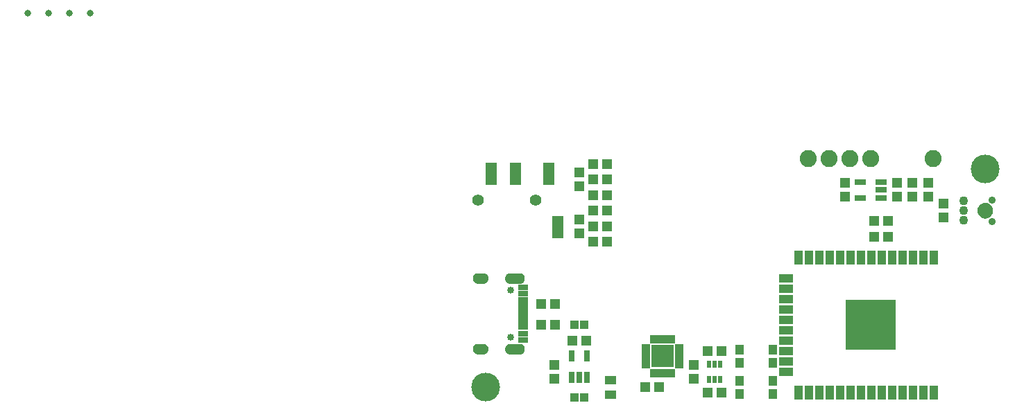
<source format=gts>
G75*
%MOIN*%
%OFA0B0*%
%FSLAX25Y25*%
%IPPOS*%
%LPD*%
%AMOC8*
5,1,8,0,0,1.08239X$1,22.5*
%
%ADD10R,0.05131X0.04737*%
%ADD11R,0.04146X0.04343*%
%ADD12R,0.04737X0.05131*%
%ADD13C,0.03300*%
%ADD14R,0.01981X0.03398*%
%ADD15R,0.04343X0.04737*%
%ADD16R,0.04343X0.06706*%
%ADD17R,0.06706X0.04343*%
%ADD18R,0.24422X0.24422*%
%ADD19R,0.02965X0.05524*%
%ADD20R,0.01981X0.04146*%
%ADD21R,0.04146X0.01981*%
%ADD22R,0.10839X0.10839*%
%ADD23C,0.13800*%
%ADD24R,0.04800X0.01981*%
%ADD25R,0.04800X0.03162*%
%ADD26R,0.04800X0.02965*%
%ADD27C,0.03359*%
%ADD28C,0.00039*%
%ADD29R,0.05524X0.10643*%
%ADD30C,0.05524*%
%ADD31R,0.05524X0.03950*%
%ADD32C,0.08200*%
%ADD33C,0.01969*%
%ADD34C,0.03556*%
%ADD35C,0.04343*%
%ADD36R,0.05524X0.02965*%
D10*
X0251654Y0080000D03*
X0258346Y0080000D03*
X0258346Y0090000D03*
X0251654Y0090000D03*
X0266654Y0072500D03*
X0273346Y0072500D03*
X0301654Y0050000D03*
X0308346Y0050000D03*
X0331654Y0047500D03*
X0338346Y0047500D03*
X0338346Y0067500D03*
X0331654Y0067500D03*
X0283346Y0120000D03*
X0276654Y0120000D03*
X0276654Y0127500D03*
X0283346Y0127500D03*
X0283346Y0135000D03*
X0276654Y0135000D03*
X0276654Y0142500D03*
X0283346Y0142500D03*
X0283346Y0150000D03*
X0276654Y0150000D03*
X0276654Y0157500D03*
X0283346Y0157500D03*
X0411654Y0130000D03*
X0418346Y0130000D03*
X0418346Y0122500D03*
X0411654Y0122500D03*
D11*
X0272283Y0080000D03*
X0267717Y0080000D03*
X0267717Y0045000D03*
X0272283Y0045000D03*
D12*
X0258000Y0054154D03*
X0258000Y0060846D03*
X0325000Y0060846D03*
X0325000Y0054154D03*
X0270000Y0124154D03*
X0270000Y0130846D03*
X0270000Y0146654D03*
X0270000Y0153346D03*
X0397500Y0148346D03*
X0397500Y0141654D03*
X0422500Y0141654D03*
X0430000Y0141654D03*
X0437500Y0141654D03*
X0445000Y0138346D03*
X0445000Y0131654D03*
X0437500Y0148346D03*
X0430000Y0148346D03*
X0422500Y0148346D03*
D13*
X0035000Y0230000D03*
X0025000Y0230000D03*
X0015000Y0230000D03*
X0005000Y0230000D03*
D14*
X0332441Y0061122D03*
X0335000Y0061122D03*
X0337559Y0061122D03*
X0337559Y0053878D03*
X0335000Y0053878D03*
X0332441Y0053878D03*
D15*
X0346929Y0053150D03*
X0346929Y0046850D03*
X0363071Y0046850D03*
X0363071Y0053150D03*
X0363071Y0061850D03*
X0363071Y0068150D03*
X0346929Y0068150D03*
X0346929Y0061850D03*
D16*
X0375315Y0047567D03*
X0380315Y0047567D03*
X0385315Y0047567D03*
X0390315Y0047567D03*
X0395315Y0047567D03*
X0400315Y0047567D03*
X0405315Y0047567D03*
X0410315Y0047567D03*
X0415315Y0047567D03*
X0420315Y0047567D03*
X0425315Y0047567D03*
X0430315Y0047567D03*
X0435315Y0047567D03*
X0440315Y0047567D03*
X0440315Y0112433D03*
X0435315Y0112433D03*
X0430315Y0112433D03*
X0425315Y0112433D03*
X0420315Y0112433D03*
X0415315Y0112433D03*
X0410315Y0112433D03*
X0405315Y0112433D03*
X0400315Y0112433D03*
X0395315Y0112433D03*
X0390315Y0112433D03*
X0385315Y0112433D03*
X0380315Y0112433D03*
X0375315Y0112433D03*
D17*
X0369449Y0102500D03*
X0369449Y0097500D03*
X0369449Y0092500D03*
X0369449Y0087500D03*
X0369449Y0082500D03*
X0369449Y0077500D03*
X0369449Y0072500D03*
X0369449Y0067500D03*
X0369449Y0062500D03*
X0369449Y0057500D03*
D18*
X0410000Y0080000D03*
D19*
X0273740Y0065119D03*
X0266260Y0065119D03*
X0266260Y0054881D03*
X0270000Y0054881D03*
X0273740Y0054881D03*
D20*
X0305079Y0056929D03*
X0307047Y0056929D03*
X0309016Y0056929D03*
X0310984Y0056929D03*
X0312953Y0056929D03*
X0314921Y0056929D03*
X0314921Y0073071D03*
X0312953Y0073071D03*
X0310984Y0073071D03*
X0309016Y0073071D03*
X0307047Y0073071D03*
X0305079Y0073071D03*
D21*
X0301929Y0069921D03*
X0301929Y0067953D03*
X0301929Y0065984D03*
X0301929Y0064016D03*
X0301929Y0062047D03*
X0301929Y0060079D03*
X0318071Y0060079D03*
X0318071Y0062047D03*
X0318071Y0064016D03*
X0318071Y0065984D03*
X0318071Y0067953D03*
X0318071Y0069921D03*
D22*
X0310000Y0065000D03*
D23*
X0225000Y0050000D03*
X0465000Y0155000D03*
D24*
X0243106Y0092390D03*
X0243106Y0090421D03*
X0243106Y0088453D03*
X0243106Y0086484D03*
X0243106Y0084516D03*
X0243106Y0082547D03*
X0243106Y0080579D03*
X0243106Y0078610D03*
D25*
X0243106Y0072803D03*
X0243106Y0098197D03*
D26*
X0243106Y0095146D03*
X0243106Y0075854D03*
D27*
X0236811Y0074122D03*
X0236811Y0096878D03*
D28*
X0218941Y0068033D02*
X0219073Y0067591D01*
X0219289Y0067184D01*
X0219580Y0066826D01*
X0219935Y0066532D01*
X0220341Y0066313D01*
X0220781Y0066177D01*
X0221240Y0066130D01*
X0223602Y0066130D01*
X0224065Y0066174D01*
X0224511Y0066307D01*
X0224922Y0066524D01*
X0225283Y0066818D01*
X0225579Y0067176D01*
X0225800Y0067585D01*
X0225937Y0068030D01*
X0225984Y0068492D01*
X0225923Y0069020D01*
X0225745Y0069520D01*
X0225461Y0069969D01*
X0225083Y0070343D01*
X0219788Y0070343D01*
X0219776Y0070335D02*
X0220220Y0070617D01*
X0220717Y0070793D01*
X0221240Y0070854D01*
X0223602Y0070854D01*
X0224130Y0070797D01*
X0224633Y0070624D01*
X0225083Y0070343D01*
X0225122Y0070305D02*
X0219746Y0070305D01*
X0219776Y0070335D02*
X0219405Y0069961D01*
X0219126Y0069514D01*
X0218954Y0069016D01*
X0218898Y0068492D01*
X0218941Y0068033D01*
X0218941Y0068032D02*
X0225937Y0068032D01*
X0225941Y0068070D02*
X0218937Y0068070D01*
X0218934Y0068108D02*
X0225945Y0068108D01*
X0225949Y0068146D02*
X0218930Y0068146D01*
X0218927Y0068184D02*
X0225953Y0068184D01*
X0225956Y0068222D02*
X0218923Y0068222D01*
X0218920Y0068260D02*
X0225960Y0068260D01*
X0225964Y0068297D02*
X0218916Y0068297D01*
X0218912Y0068335D02*
X0225968Y0068335D01*
X0225972Y0068373D02*
X0218909Y0068373D01*
X0218905Y0068411D02*
X0225976Y0068411D01*
X0225980Y0068449D02*
X0218902Y0068449D01*
X0218898Y0068487D02*
X0225984Y0068487D01*
X0225980Y0068525D02*
X0218901Y0068525D01*
X0218905Y0068563D02*
X0225976Y0068563D01*
X0225972Y0068600D02*
X0218909Y0068600D01*
X0218913Y0068638D02*
X0225967Y0068638D01*
X0225963Y0068676D02*
X0218918Y0068676D01*
X0218922Y0068714D02*
X0225958Y0068714D01*
X0225954Y0068752D02*
X0218926Y0068752D01*
X0218930Y0068790D02*
X0225949Y0068790D01*
X0225945Y0068828D02*
X0218934Y0068828D01*
X0218938Y0068866D02*
X0225941Y0068866D01*
X0225936Y0068904D02*
X0218942Y0068904D01*
X0218946Y0068941D02*
X0225932Y0068941D01*
X0225927Y0068979D02*
X0218950Y0068979D01*
X0218955Y0069017D02*
X0225923Y0069017D01*
X0225910Y0069055D02*
X0218968Y0069055D01*
X0218981Y0069093D02*
X0225897Y0069093D01*
X0225883Y0069131D02*
X0218994Y0069131D01*
X0219007Y0069169D02*
X0225870Y0069169D01*
X0225856Y0069207D02*
X0219020Y0069207D01*
X0219033Y0069244D02*
X0225843Y0069244D01*
X0225829Y0069282D02*
X0219046Y0069282D01*
X0219059Y0069320D02*
X0225816Y0069320D01*
X0225803Y0069358D02*
X0219073Y0069358D01*
X0219086Y0069396D02*
X0225789Y0069396D01*
X0225776Y0069434D02*
X0219099Y0069434D01*
X0219112Y0069472D02*
X0225762Y0069472D01*
X0225749Y0069510D02*
X0219125Y0069510D01*
X0219147Y0069547D02*
X0225728Y0069547D01*
X0225704Y0069585D02*
X0219171Y0069585D01*
X0219194Y0069623D02*
X0225680Y0069623D01*
X0225656Y0069661D02*
X0219218Y0069661D01*
X0219242Y0069699D02*
X0225632Y0069699D01*
X0225608Y0069737D02*
X0219265Y0069737D01*
X0219289Y0069775D02*
X0225584Y0069775D01*
X0225560Y0069813D02*
X0219312Y0069813D01*
X0219336Y0069851D02*
X0225536Y0069851D01*
X0225512Y0069888D02*
X0219360Y0069888D01*
X0219383Y0069926D02*
X0225488Y0069926D01*
X0225464Y0069964D02*
X0219408Y0069964D01*
X0219445Y0070002D02*
X0225427Y0070002D01*
X0225389Y0070040D02*
X0219483Y0070040D01*
X0219521Y0070078D02*
X0225351Y0070078D01*
X0225313Y0070116D02*
X0219558Y0070116D01*
X0219596Y0070154D02*
X0225274Y0070154D01*
X0225236Y0070191D02*
X0219633Y0070191D01*
X0219671Y0070229D02*
X0225198Y0070229D01*
X0225160Y0070267D02*
X0219708Y0070267D01*
X0219848Y0070381D02*
X0225023Y0070381D01*
X0224962Y0070419D02*
X0219908Y0070419D01*
X0219967Y0070457D02*
X0224901Y0070457D01*
X0224840Y0070495D02*
X0220027Y0070495D01*
X0220087Y0070532D02*
X0224779Y0070532D01*
X0224718Y0070570D02*
X0220147Y0070570D01*
X0220206Y0070608D02*
X0224657Y0070608D01*
X0224568Y0070646D02*
X0220302Y0070646D01*
X0220409Y0070684D02*
X0224458Y0070684D01*
X0224348Y0070722D02*
X0220516Y0070722D01*
X0220623Y0070760D02*
X0224239Y0070760D01*
X0224126Y0070798D02*
X0220755Y0070798D01*
X0221079Y0070835D02*
X0223776Y0070835D01*
X0225926Y0067994D02*
X0218952Y0067994D01*
X0218964Y0067956D02*
X0225914Y0067956D01*
X0225903Y0067919D02*
X0218975Y0067919D01*
X0218986Y0067881D02*
X0225891Y0067881D01*
X0225879Y0067843D02*
X0218998Y0067843D01*
X0219009Y0067805D02*
X0225868Y0067805D01*
X0225856Y0067767D02*
X0219020Y0067767D01*
X0219032Y0067729D02*
X0225844Y0067729D01*
X0225833Y0067691D02*
X0219043Y0067691D01*
X0219054Y0067653D02*
X0225821Y0067653D01*
X0225809Y0067616D02*
X0219066Y0067616D01*
X0219080Y0067578D02*
X0225796Y0067578D01*
X0225775Y0067540D02*
X0219100Y0067540D01*
X0219120Y0067502D02*
X0225755Y0067502D01*
X0225735Y0067464D02*
X0219140Y0067464D01*
X0219160Y0067426D02*
X0225714Y0067426D01*
X0225694Y0067388D02*
X0219180Y0067388D01*
X0219200Y0067350D02*
X0225673Y0067350D01*
X0225653Y0067312D02*
X0219220Y0067312D01*
X0219240Y0067275D02*
X0225632Y0067275D01*
X0225612Y0067237D02*
X0219260Y0067237D01*
X0219281Y0067199D02*
X0225591Y0067199D01*
X0225567Y0067161D02*
X0219307Y0067161D01*
X0219338Y0067123D02*
X0225535Y0067123D01*
X0225504Y0067085D02*
X0219369Y0067085D01*
X0219399Y0067047D02*
X0225473Y0067047D01*
X0225441Y0067009D02*
X0219430Y0067009D01*
X0219461Y0066972D02*
X0225410Y0066972D01*
X0225379Y0066934D02*
X0219492Y0066934D01*
X0219523Y0066896D02*
X0225347Y0066896D01*
X0225316Y0066858D02*
X0219554Y0066858D01*
X0219587Y0066820D02*
X0225284Y0066820D01*
X0225239Y0066782D02*
X0219632Y0066782D01*
X0219678Y0066744D02*
X0225192Y0066744D01*
X0225146Y0066706D02*
X0219724Y0066706D01*
X0219770Y0066669D02*
X0225099Y0066669D01*
X0225053Y0066631D02*
X0219816Y0066631D01*
X0219861Y0066593D02*
X0225006Y0066593D01*
X0224960Y0066555D02*
X0219907Y0066555D01*
X0219962Y0066517D02*
X0224908Y0066517D01*
X0224837Y0066479D02*
X0220033Y0066479D01*
X0220103Y0066441D02*
X0224765Y0066441D01*
X0224693Y0066403D02*
X0220173Y0066403D01*
X0220243Y0066365D02*
X0224622Y0066365D01*
X0224550Y0066328D02*
X0220313Y0066328D01*
X0220416Y0066290D02*
X0224454Y0066290D01*
X0224327Y0066252D02*
X0220539Y0066252D01*
X0220662Y0066214D02*
X0224200Y0066214D01*
X0224074Y0066176D02*
X0220791Y0066176D01*
X0221160Y0066138D02*
X0223690Y0066138D01*
X0234402Y0067988D02*
X0234370Y0068492D01*
X0234402Y0068996D01*
X0234546Y0069481D01*
X0234794Y0069921D01*
X0235134Y0070295D01*
X0235549Y0070584D01*
X0236017Y0070774D01*
X0236516Y0070854D01*
X0241240Y0070854D01*
X0241682Y0070793D01*
X0242103Y0070647D01*
X0242488Y0070422D01*
X0242822Y0070126D01*
X0243091Y0069770D01*
X0243286Y0069369D01*
X0243399Y0068937D01*
X0243425Y0068492D01*
X0243399Y0068047D01*
X0243286Y0067615D01*
X0243091Y0067214D01*
X0242822Y0066858D01*
X0242488Y0066562D01*
X0242103Y0066337D01*
X0241682Y0066191D01*
X0241240Y0066130D01*
X0236516Y0066130D01*
X0236017Y0066211D01*
X0235549Y0066400D01*
X0235134Y0066689D01*
X0234794Y0067063D01*
X0234546Y0067503D01*
X0234402Y0067988D01*
X0234402Y0067994D02*
X0243385Y0067994D01*
X0243375Y0067956D02*
X0234412Y0067956D01*
X0234423Y0067919D02*
X0243365Y0067919D01*
X0243355Y0067881D02*
X0234434Y0067881D01*
X0234446Y0067843D02*
X0243345Y0067843D01*
X0243336Y0067805D02*
X0234457Y0067805D01*
X0234468Y0067767D02*
X0243326Y0067767D01*
X0243316Y0067729D02*
X0234479Y0067729D01*
X0234491Y0067691D02*
X0243306Y0067691D01*
X0243296Y0067653D02*
X0234502Y0067653D01*
X0234513Y0067616D02*
X0243286Y0067616D01*
X0243268Y0067578D02*
X0234524Y0067578D01*
X0234536Y0067540D02*
X0243249Y0067540D01*
X0243231Y0067502D02*
X0234547Y0067502D01*
X0234569Y0067464D02*
X0243213Y0067464D01*
X0243194Y0067426D02*
X0234590Y0067426D01*
X0234611Y0067388D02*
X0243176Y0067388D01*
X0243157Y0067350D02*
X0234633Y0067350D01*
X0234654Y0067312D02*
X0243139Y0067312D01*
X0243121Y0067275D02*
X0234675Y0067275D01*
X0234697Y0067237D02*
X0243102Y0067237D01*
X0243080Y0067199D02*
X0234718Y0067199D01*
X0234739Y0067161D02*
X0243051Y0067161D01*
X0243022Y0067123D02*
X0234761Y0067123D01*
X0234782Y0067085D02*
X0242994Y0067085D01*
X0242965Y0067047D02*
X0234809Y0067047D01*
X0234843Y0067009D02*
X0242936Y0067009D01*
X0242908Y0066972D02*
X0234878Y0066972D01*
X0234912Y0066934D02*
X0242879Y0066934D01*
X0242850Y0066896D02*
X0234946Y0066896D01*
X0234981Y0066858D02*
X0242821Y0066858D01*
X0242779Y0066820D02*
X0235015Y0066820D01*
X0235050Y0066782D02*
X0242736Y0066782D01*
X0242693Y0066744D02*
X0235084Y0066744D01*
X0235118Y0066706D02*
X0242651Y0066706D01*
X0242608Y0066669D02*
X0235164Y0066669D01*
X0235218Y0066631D02*
X0242565Y0066631D01*
X0242523Y0066593D02*
X0235272Y0066593D01*
X0235327Y0066555D02*
X0242476Y0066555D01*
X0242411Y0066517D02*
X0235381Y0066517D01*
X0235435Y0066479D02*
X0242346Y0066479D01*
X0242282Y0066441D02*
X0235490Y0066441D01*
X0235544Y0066403D02*
X0242217Y0066403D01*
X0242152Y0066365D02*
X0235634Y0066365D01*
X0235728Y0066328D02*
X0242077Y0066328D01*
X0241967Y0066290D02*
X0235821Y0066290D01*
X0235915Y0066252D02*
X0241858Y0066252D01*
X0241749Y0066214D02*
X0236009Y0066214D01*
X0236230Y0066176D02*
X0241574Y0066176D01*
X0241300Y0066138D02*
X0236465Y0066138D01*
X0234400Y0068032D02*
X0243395Y0068032D01*
X0243400Y0068070D02*
X0234397Y0068070D01*
X0234395Y0068108D02*
X0243402Y0068108D01*
X0243405Y0068146D02*
X0234392Y0068146D01*
X0234390Y0068184D02*
X0243407Y0068184D01*
X0243409Y0068222D02*
X0234387Y0068222D01*
X0234385Y0068260D02*
X0243411Y0068260D01*
X0243414Y0068297D02*
X0234383Y0068297D01*
X0234380Y0068335D02*
X0243416Y0068335D01*
X0243418Y0068373D02*
X0234378Y0068373D01*
X0234375Y0068411D02*
X0243420Y0068411D01*
X0243423Y0068449D02*
X0234373Y0068449D01*
X0234370Y0068487D02*
X0243425Y0068487D01*
X0243423Y0068525D02*
X0234372Y0068525D01*
X0234375Y0068563D02*
X0243421Y0068563D01*
X0243419Y0068600D02*
X0234377Y0068600D01*
X0234379Y0068638D02*
X0243417Y0068638D01*
X0243414Y0068676D02*
X0234382Y0068676D01*
X0234384Y0068714D02*
X0243412Y0068714D01*
X0243410Y0068752D02*
X0234387Y0068752D01*
X0234389Y0068790D02*
X0243408Y0068790D01*
X0243405Y0068828D02*
X0234392Y0068828D01*
X0234394Y0068866D02*
X0243403Y0068866D01*
X0243401Y0068904D02*
X0234397Y0068904D01*
X0234399Y0068941D02*
X0243398Y0068941D01*
X0243388Y0068979D02*
X0234401Y0068979D01*
X0234409Y0069017D02*
X0243378Y0069017D01*
X0243368Y0069055D02*
X0234420Y0069055D01*
X0234431Y0069093D02*
X0243358Y0069093D01*
X0243348Y0069131D02*
X0234442Y0069131D01*
X0234454Y0069169D02*
X0243338Y0069169D01*
X0243328Y0069207D02*
X0234465Y0069207D01*
X0234476Y0069244D02*
X0243319Y0069244D01*
X0243309Y0069282D02*
X0234487Y0069282D01*
X0234499Y0069320D02*
X0243299Y0069320D01*
X0243289Y0069358D02*
X0234510Y0069358D01*
X0234521Y0069396D02*
X0243273Y0069396D01*
X0243255Y0069434D02*
X0234532Y0069434D01*
X0234544Y0069472D02*
X0243236Y0069472D01*
X0243218Y0069510D02*
X0234563Y0069510D01*
X0234584Y0069547D02*
X0243199Y0069547D01*
X0243181Y0069585D02*
X0234605Y0069585D01*
X0234627Y0069623D02*
X0243163Y0069623D01*
X0243144Y0069661D02*
X0234648Y0069661D01*
X0234669Y0069699D02*
X0243126Y0069699D01*
X0243107Y0069737D02*
X0234691Y0069737D01*
X0234712Y0069775D02*
X0243088Y0069775D01*
X0243059Y0069813D02*
X0234733Y0069813D01*
X0234755Y0069851D02*
X0243030Y0069851D01*
X0243002Y0069888D02*
X0234776Y0069888D01*
X0234799Y0069926D02*
X0242973Y0069926D01*
X0242944Y0069964D02*
X0234833Y0069964D01*
X0234868Y0070002D02*
X0242916Y0070002D01*
X0242887Y0070040D02*
X0234902Y0070040D01*
X0234937Y0070078D02*
X0242858Y0070078D01*
X0242830Y0070116D02*
X0234971Y0070116D01*
X0235006Y0070154D02*
X0242791Y0070154D01*
X0242748Y0070191D02*
X0235040Y0070191D01*
X0235074Y0070229D02*
X0242705Y0070229D01*
X0242663Y0070267D02*
X0235109Y0070267D01*
X0235148Y0070305D02*
X0242620Y0070305D01*
X0242577Y0070343D02*
X0235203Y0070343D01*
X0235257Y0070381D02*
X0242535Y0070381D01*
X0242492Y0070419D02*
X0235311Y0070419D01*
X0235366Y0070457D02*
X0242429Y0070457D01*
X0242364Y0070495D02*
X0235420Y0070495D01*
X0235474Y0070532D02*
X0242300Y0070532D01*
X0242235Y0070570D02*
X0235529Y0070570D01*
X0235608Y0070608D02*
X0242170Y0070608D01*
X0242106Y0070646D02*
X0235701Y0070646D01*
X0235795Y0070684D02*
X0241998Y0070684D01*
X0241889Y0070722D02*
X0235889Y0070722D01*
X0235982Y0070760D02*
X0241779Y0070760D01*
X0241651Y0070798D02*
X0236164Y0070798D01*
X0236399Y0070835D02*
X0241377Y0070835D01*
X0241240Y0100146D02*
X0236516Y0100146D01*
X0236017Y0100226D01*
X0235549Y0100416D01*
X0235134Y0100705D01*
X0234794Y0101079D01*
X0234546Y0101519D01*
X0234402Y0102004D01*
X0234370Y0102508D01*
X0234402Y0103012D01*
X0234546Y0103497D01*
X0234794Y0103937D01*
X0235134Y0104311D01*
X0235549Y0104600D01*
X0236017Y0104789D01*
X0236516Y0104870D01*
X0241240Y0104870D01*
X0241682Y0104809D01*
X0242103Y0104663D01*
X0242488Y0104438D01*
X0242822Y0104142D01*
X0243091Y0103786D01*
X0243286Y0103385D01*
X0243399Y0102953D01*
X0243425Y0102508D01*
X0243399Y0102063D01*
X0243286Y0101631D01*
X0243091Y0101230D01*
X0242822Y0100874D01*
X0242488Y0100578D01*
X0242103Y0100353D01*
X0241682Y0100207D01*
X0241240Y0100146D01*
X0241313Y0100156D02*
X0236454Y0100156D01*
X0236219Y0100194D02*
X0241587Y0100194D01*
X0241754Y0100231D02*
X0236004Y0100231D01*
X0235911Y0100269D02*
X0241863Y0100269D01*
X0241972Y0100307D02*
X0235817Y0100307D01*
X0235723Y0100345D02*
X0242082Y0100345D01*
X0242155Y0100383D02*
X0235630Y0100383D01*
X0235541Y0100421D02*
X0242220Y0100421D01*
X0242285Y0100459D02*
X0235487Y0100459D01*
X0235433Y0100497D02*
X0242349Y0100497D01*
X0242414Y0100534D02*
X0235378Y0100534D01*
X0235324Y0100572D02*
X0242479Y0100572D01*
X0242525Y0100610D02*
X0235270Y0100610D01*
X0235216Y0100648D02*
X0242567Y0100648D01*
X0242610Y0100686D02*
X0235161Y0100686D01*
X0235117Y0100724D02*
X0242653Y0100724D01*
X0242695Y0100762D02*
X0235082Y0100762D01*
X0235048Y0100800D02*
X0242738Y0100800D01*
X0242781Y0100838D02*
X0235014Y0100838D01*
X0234979Y0100875D02*
X0242823Y0100875D01*
X0242852Y0100913D02*
X0234945Y0100913D01*
X0234910Y0100951D02*
X0242880Y0100951D01*
X0242909Y0100989D02*
X0234876Y0100989D01*
X0234842Y0101027D02*
X0242938Y0101027D01*
X0242966Y0101065D02*
X0234807Y0101065D01*
X0234781Y0101103D02*
X0242995Y0101103D01*
X0243024Y0101141D02*
X0234760Y0101141D01*
X0234738Y0101178D02*
X0243052Y0101178D01*
X0243081Y0101216D02*
X0234717Y0101216D01*
X0234696Y0101254D02*
X0243103Y0101254D01*
X0243121Y0101292D02*
X0234674Y0101292D01*
X0234653Y0101330D02*
X0243140Y0101330D01*
X0243158Y0101368D02*
X0234632Y0101368D01*
X0234610Y0101406D02*
X0243177Y0101406D01*
X0243195Y0101444D02*
X0234589Y0101444D01*
X0234568Y0101482D02*
X0243213Y0101482D01*
X0243232Y0101519D02*
X0234546Y0101519D01*
X0234535Y0101557D02*
X0243250Y0101557D01*
X0243269Y0101595D02*
X0234524Y0101595D01*
X0234513Y0101633D02*
X0243287Y0101633D01*
X0243296Y0101671D02*
X0234501Y0101671D01*
X0234490Y0101709D02*
X0243306Y0101709D01*
X0243316Y0101747D02*
X0234479Y0101747D01*
X0234468Y0101785D02*
X0243326Y0101785D01*
X0243336Y0101822D02*
X0234456Y0101822D01*
X0234445Y0101860D02*
X0243346Y0101860D01*
X0243356Y0101898D02*
X0234434Y0101898D01*
X0234423Y0101936D02*
X0243366Y0101936D01*
X0243376Y0101974D02*
X0234411Y0101974D01*
X0234402Y0102012D02*
X0243386Y0102012D01*
X0243395Y0102050D02*
X0234400Y0102050D01*
X0234397Y0102088D02*
X0243400Y0102088D01*
X0243403Y0102125D02*
X0234395Y0102125D01*
X0234392Y0102163D02*
X0243405Y0102163D01*
X0243407Y0102201D02*
X0234390Y0102201D01*
X0234387Y0102239D02*
X0243409Y0102239D01*
X0243412Y0102277D02*
X0234385Y0102277D01*
X0234382Y0102315D02*
X0243414Y0102315D01*
X0243416Y0102353D02*
X0234380Y0102353D01*
X0234378Y0102391D02*
X0243418Y0102391D01*
X0243420Y0102429D02*
X0234375Y0102429D01*
X0234373Y0102466D02*
X0243423Y0102466D01*
X0243425Y0102504D02*
X0234370Y0102504D01*
X0234372Y0102542D02*
X0243423Y0102542D01*
X0243421Y0102580D02*
X0234375Y0102580D01*
X0234377Y0102618D02*
X0243419Y0102618D01*
X0243416Y0102656D02*
X0234380Y0102656D01*
X0234382Y0102694D02*
X0243414Y0102694D01*
X0243412Y0102732D02*
X0234384Y0102732D01*
X0234387Y0102769D02*
X0243410Y0102769D01*
X0243407Y0102807D02*
X0234389Y0102807D01*
X0234392Y0102845D02*
X0243405Y0102845D01*
X0243403Y0102883D02*
X0234394Y0102883D01*
X0234397Y0102921D02*
X0243401Y0102921D01*
X0243397Y0102959D02*
X0234399Y0102959D01*
X0234402Y0102997D02*
X0243387Y0102997D01*
X0243377Y0103035D02*
X0234409Y0103035D01*
X0234420Y0103073D02*
X0243368Y0103073D01*
X0243358Y0103110D02*
X0234432Y0103110D01*
X0234443Y0103148D02*
X0243348Y0103148D01*
X0243338Y0103186D02*
X0234454Y0103186D01*
X0234465Y0103224D02*
X0243328Y0103224D01*
X0243318Y0103262D02*
X0234477Y0103262D01*
X0234488Y0103300D02*
X0243308Y0103300D01*
X0243298Y0103338D02*
X0234499Y0103338D01*
X0234510Y0103376D02*
X0243288Y0103376D01*
X0243272Y0103413D02*
X0234522Y0103413D01*
X0234533Y0103451D02*
X0243254Y0103451D01*
X0243235Y0103489D02*
X0234544Y0103489D01*
X0234564Y0103527D02*
X0243217Y0103527D01*
X0243198Y0103565D02*
X0234585Y0103565D01*
X0234606Y0103603D02*
X0243180Y0103603D01*
X0243162Y0103641D02*
X0234628Y0103641D01*
X0234649Y0103679D02*
X0243143Y0103679D01*
X0243125Y0103717D02*
X0234670Y0103717D01*
X0234692Y0103754D02*
X0243107Y0103754D01*
X0243086Y0103792D02*
X0234713Y0103792D01*
X0234734Y0103830D02*
X0243058Y0103830D01*
X0243029Y0103868D02*
X0234756Y0103868D01*
X0234777Y0103906D02*
X0243000Y0103906D01*
X0242972Y0103944D02*
X0234801Y0103944D01*
X0234835Y0103982D02*
X0242943Y0103982D01*
X0242914Y0104020D02*
X0234869Y0104020D01*
X0234904Y0104057D02*
X0242886Y0104057D01*
X0242857Y0104095D02*
X0234938Y0104095D01*
X0234973Y0104133D02*
X0242828Y0104133D01*
X0242789Y0104171D02*
X0235007Y0104171D01*
X0235042Y0104209D02*
X0242746Y0104209D01*
X0242703Y0104247D02*
X0235076Y0104247D01*
X0235110Y0104285D02*
X0242661Y0104285D01*
X0242618Y0104323D02*
X0235151Y0104323D01*
X0235205Y0104360D02*
X0242575Y0104360D01*
X0242533Y0104398D02*
X0235260Y0104398D01*
X0235314Y0104436D02*
X0242490Y0104436D01*
X0242426Y0104474D02*
X0235368Y0104474D01*
X0235423Y0104512D02*
X0242361Y0104512D01*
X0242297Y0104550D02*
X0235477Y0104550D01*
X0235531Y0104588D02*
X0242232Y0104588D01*
X0242167Y0104626D02*
X0235612Y0104626D01*
X0235706Y0104664D02*
X0242102Y0104664D01*
X0241993Y0104701D02*
X0235799Y0104701D01*
X0235893Y0104739D02*
X0241884Y0104739D01*
X0241774Y0104777D02*
X0235987Y0104777D01*
X0236175Y0104815D02*
X0241639Y0104815D01*
X0241364Y0104853D02*
X0236410Y0104853D01*
X0225923Y0103035D02*
X0225984Y0102508D01*
X0225937Y0102045D01*
X0225800Y0101601D01*
X0225579Y0101192D01*
X0225283Y0100833D01*
X0224922Y0100540D01*
X0224511Y0100322D01*
X0224065Y0100189D01*
X0223602Y0100146D01*
X0221240Y0100146D01*
X0220781Y0100193D01*
X0220341Y0100328D01*
X0219935Y0100548D01*
X0219580Y0100842D01*
X0219289Y0101199D01*
X0219073Y0101607D01*
X0218941Y0102049D01*
X0218898Y0102508D01*
X0218954Y0103032D01*
X0219126Y0103530D01*
X0219405Y0103977D01*
X0219776Y0104351D01*
X0220220Y0104633D01*
X0220717Y0104809D01*
X0221240Y0104870D01*
X0223602Y0104870D01*
X0224130Y0104813D01*
X0224633Y0104639D01*
X0225083Y0104359D01*
X0225461Y0103985D01*
X0225745Y0103536D01*
X0225923Y0103035D01*
X0218955Y0103035D01*
X0218951Y0102997D02*
X0225927Y0102997D01*
X0225932Y0102959D02*
X0218947Y0102959D01*
X0218942Y0102921D02*
X0225936Y0102921D01*
X0225940Y0102883D02*
X0218938Y0102883D01*
X0218934Y0102845D02*
X0225945Y0102845D01*
X0225949Y0102807D02*
X0218930Y0102807D01*
X0218926Y0102769D02*
X0225954Y0102769D01*
X0225958Y0102732D02*
X0218922Y0102732D01*
X0218918Y0102694D02*
X0225963Y0102694D01*
X0225967Y0102656D02*
X0218914Y0102656D01*
X0218910Y0102618D02*
X0225971Y0102618D01*
X0225976Y0102580D02*
X0218905Y0102580D01*
X0218901Y0102542D02*
X0225980Y0102542D01*
X0225984Y0102504D02*
X0218898Y0102504D01*
X0218902Y0102466D02*
X0225980Y0102466D01*
X0225976Y0102429D02*
X0218905Y0102429D01*
X0218909Y0102391D02*
X0225972Y0102391D01*
X0225968Y0102353D02*
X0218912Y0102353D01*
X0218916Y0102315D02*
X0225964Y0102315D01*
X0225961Y0102277D02*
X0218919Y0102277D01*
X0218923Y0102239D02*
X0225957Y0102239D01*
X0225953Y0102201D02*
X0218927Y0102201D01*
X0218930Y0102163D02*
X0225949Y0102163D01*
X0225945Y0102125D02*
X0218934Y0102125D01*
X0218937Y0102088D02*
X0225941Y0102088D01*
X0225937Y0102050D02*
X0218941Y0102050D01*
X0218952Y0102012D02*
X0225926Y0102012D01*
X0225915Y0101974D02*
X0218963Y0101974D01*
X0218975Y0101936D02*
X0225903Y0101936D01*
X0225891Y0101898D02*
X0218986Y0101898D01*
X0218997Y0101860D02*
X0225880Y0101860D01*
X0225868Y0101822D02*
X0219009Y0101822D01*
X0219020Y0101785D02*
X0225856Y0101785D01*
X0225845Y0101747D02*
X0219031Y0101747D01*
X0219042Y0101709D02*
X0225833Y0101709D01*
X0225821Y0101671D02*
X0219054Y0101671D01*
X0219065Y0101633D02*
X0225810Y0101633D01*
X0225797Y0101595D02*
X0219079Y0101595D01*
X0219099Y0101557D02*
X0225776Y0101557D01*
X0225756Y0101519D02*
X0219119Y0101519D01*
X0219139Y0101482D02*
X0225735Y0101482D01*
X0225715Y0101444D02*
X0219159Y0101444D01*
X0219179Y0101406D02*
X0225695Y0101406D01*
X0225674Y0101368D02*
X0219199Y0101368D01*
X0219219Y0101330D02*
X0225654Y0101330D01*
X0225633Y0101292D02*
X0219240Y0101292D01*
X0219260Y0101254D02*
X0225613Y0101254D01*
X0225592Y0101216D02*
X0219280Y0101216D01*
X0219306Y0101178D02*
X0225568Y0101178D01*
X0225537Y0101141D02*
X0219336Y0101141D01*
X0219367Y0101103D02*
X0225505Y0101103D01*
X0225474Y0101065D02*
X0219398Y0101065D01*
X0219429Y0101027D02*
X0225443Y0101027D01*
X0225411Y0100989D02*
X0219460Y0100989D01*
X0219491Y0100951D02*
X0225380Y0100951D01*
X0225349Y0100913D02*
X0219521Y0100913D01*
X0219552Y0100875D02*
X0225317Y0100875D01*
X0225286Y0100838D02*
X0219585Y0100838D01*
X0219630Y0100800D02*
X0225241Y0100800D01*
X0225194Y0100762D02*
X0219676Y0100762D01*
X0219722Y0100724D02*
X0225148Y0100724D01*
X0225101Y0100686D02*
X0219768Y0100686D01*
X0219813Y0100648D02*
X0225055Y0100648D01*
X0225008Y0100610D02*
X0219859Y0100610D01*
X0219905Y0100572D02*
X0224962Y0100572D01*
X0224912Y0100534D02*
X0219959Y0100534D01*
X0220029Y0100497D02*
X0224840Y0100497D01*
X0224768Y0100459D02*
X0220100Y0100459D01*
X0220170Y0100421D02*
X0224697Y0100421D01*
X0224625Y0100383D02*
X0220240Y0100383D01*
X0220310Y0100345D02*
X0224554Y0100345D01*
X0224460Y0100307D02*
X0220410Y0100307D01*
X0220533Y0100269D02*
X0224333Y0100269D01*
X0224206Y0100231D02*
X0220656Y0100231D01*
X0220779Y0100194D02*
X0224079Y0100194D01*
X0223708Y0100156D02*
X0221143Y0100156D01*
X0218969Y0103073D02*
X0225909Y0103073D01*
X0225896Y0103110D02*
X0218982Y0103110D01*
X0218995Y0103148D02*
X0225883Y0103148D01*
X0225869Y0103186D02*
X0219008Y0103186D01*
X0219021Y0103224D02*
X0225856Y0103224D01*
X0225842Y0103262D02*
X0219034Y0103262D01*
X0219047Y0103300D02*
X0225829Y0103300D01*
X0225815Y0103338D02*
X0219060Y0103338D01*
X0219073Y0103376D02*
X0225802Y0103376D01*
X0225789Y0103413D02*
X0219086Y0103413D01*
X0219099Y0103451D02*
X0225775Y0103451D01*
X0225762Y0103489D02*
X0219112Y0103489D01*
X0219125Y0103527D02*
X0225748Y0103527D01*
X0225727Y0103565D02*
X0219148Y0103565D01*
X0219172Y0103603D02*
X0225703Y0103603D01*
X0225679Y0103641D02*
X0219196Y0103641D01*
X0219219Y0103679D02*
X0225655Y0103679D01*
X0225631Y0103717D02*
X0219243Y0103717D01*
X0219266Y0103754D02*
X0225607Y0103754D01*
X0225583Y0103792D02*
X0219290Y0103792D01*
X0219313Y0103830D02*
X0225559Y0103830D01*
X0225535Y0103868D02*
X0219337Y0103868D01*
X0219361Y0103906D02*
X0225511Y0103906D01*
X0225487Y0103944D02*
X0219384Y0103944D01*
X0219410Y0103982D02*
X0225462Y0103982D01*
X0225425Y0104020D02*
X0219447Y0104020D01*
X0219485Y0104057D02*
X0225387Y0104057D01*
X0225349Y0104095D02*
X0219522Y0104095D01*
X0219560Y0104133D02*
X0225311Y0104133D01*
X0225273Y0104171D02*
X0219597Y0104171D01*
X0219635Y0104209D02*
X0225234Y0104209D01*
X0225196Y0104247D02*
X0219673Y0104247D01*
X0219710Y0104285D02*
X0225158Y0104285D01*
X0225120Y0104323D02*
X0219748Y0104323D01*
X0219791Y0104360D02*
X0225081Y0104360D01*
X0225020Y0104398D02*
X0219851Y0104398D01*
X0219910Y0104436D02*
X0224959Y0104436D01*
X0224898Y0104474D02*
X0219970Y0104474D01*
X0220030Y0104512D02*
X0224837Y0104512D01*
X0224776Y0104550D02*
X0220090Y0104550D01*
X0220149Y0104588D02*
X0224716Y0104588D01*
X0224655Y0104626D02*
X0220209Y0104626D01*
X0220307Y0104664D02*
X0224563Y0104664D01*
X0224453Y0104701D02*
X0220414Y0104701D01*
X0220521Y0104739D02*
X0224343Y0104739D01*
X0224234Y0104777D02*
X0220628Y0104777D01*
X0220770Y0104815D02*
X0224109Y0104815D01*
X0223760Y0104853D02*
X0221094Y0104853D01*
D29*
X0259488Y0127205D03*
X0255157Y0152795D03*
X0239409Y0152795D03*
X0227598Y0152795D03*
D30*
X0221299Y0140000D03*
X0248858Y0140000D03*
D31*
X0285000Y0053543D03*
X0285000Y0046457D03*
D32*
X0380000Y0160000D03*
X0390000Y0160000D03*
X0400000Y0160000D03*
X0410000Y0160000D03*
X0440000Y0160000D03*
D33*
X0462244Y0135000D02*
X0462246Y0135105D01*
X0462252Y0135210D01*
X0462262Y0135314D01*
X0462276Y0135418D01*
X0462294Y0135522D01*
X0462316Y0135624D01*
X0462341Y0135726D01*
X0462371Y0135827D01*
X0462404Y0135926D01*
X0462441Y0136024D01*
X0462482Y0136121D01*
X0462527Y0136216D01*
X0462575Y0136309D01*
X0462626Y0136401D01*
X0462682Y0136490D01*
X0462740Y0136577D01*
X0462802Y0136662D01*
X0462866Y0136745D01*
X0462934Y0136825D01*
X0463005Y0136902D01*
X0463079Y0136976D01*
X0463156Y0137048D01*
X0463235Y0137117D01*
X0463317Y0137182D01*
X0463401Y0137245D01*
X0463488Y0137304D01*
X0463577Y0137360D01*
X0463668Y0137413D01*
X0463761Y0137462D01*
X0463855Y0137507D01*
X0463951Y0137549D01*
X0464049Y0137587D01*
X0464148Y0137621D01*
X0464249Y0137652D01*
X0464350Y0137678D01*
X0464453Y0137701D01*
X0464556Y0137720D01*
X0464660Y0137735D01*
X0464764Y0137746D01*
X0464869Y0137753D01*
X0464974Y0137756D01*
X0465079Y0137755D01*
X0465184Y0137750D01*
X0465288Y0137741D01*
X0465392Y0137728D01*
X0465496Y0137711D01*
X0465599Y0137690D01*
X0465701Y0137665D01*
X0465802Y0137637D01*
X0465901Y0137604D01*
X0466000Y0137568D01*
X0466097Y0137528D01*
X0466192Y0137485D01*
X0466286Y0137437D01*
X0466378Y0137387D01*
X0466468Y0137333D01*
X0466556Y0137275D01*
X0466641Y0137214D01*
X0466724Y0137150D01*
X0466805Y0137083D01*
X0466883Y0137013D01*
X0466958Y0136939D01*
X0467030Y0136864D01*
X0467100Y0136785D01*
X0467166Y0136704D01*
X0467230Y0136620D01*
X0467290Y0136534D01*
X0467346Y0136446D01*
X0467400Y0136355D01*
X0467450Y0136263D01*
X0467496Y0136169D01*
X0467539Y0136073D01*
X0467578Y0135975D01*
X0467613Y0135877D01*
X0467644Y0135776D01*
X0467672Y0135675D01*
X0467696Y0135573D01*
X0467716Y0135470D01*
X0467732Y0135366D01*
X0467744Y0135262D01*
X0467752Y0135157D01*
X0467756Y0135052D01*
X0467756Y0134948D01*
X0467752Y0134843D01*
X0467744Y0134738D01*
X0467732Y0134634D01*
X0467716Y0134530D01*
X0467696Y0134427D01*
X0467672Y0134325D01*
X0467644Y0134224D01*
X0467613Y0134123D01*
X0467578Y0134025D01*
X0467539Y0133927D01*
X0467496Y0133831D01*
X0467450Y0133737D01*
X0467400Y0133645D01*
X0467346Y0133554D01*
X0467290Y0133466D01*
X0467230Y0133380D01*
X0467166Y0133296D01*
X0467100Y0133215D01*
X0467030Y0133136D01*
X0466958Y0133061D01*
X0466883Y0132987D01*
X0466805Y0132917D01*
X0466724Y0132850D01*
X0466641Y0132786D01*
X0466556Y0132725D01*
X0466468Y0132667D01*
X0466378Y0132613D01*
X0466286Y0132563D01*
X0466192Y0132515D01*
X0466097Y0132472D01*
X0466000Y0132432D01*
X0465901Y0132396D01*
X0465802Y0132363D01*
X0465701Y0132335D01*
X0465599Y0132310D01*
X0465496Y0132289D01*
X0465392Y0132272D01*
X0465288Y0132259D01*
X0465184Y0132250D01*
X0465079Y0132245D01*
X0464974Y0132244D01*
X0464869Y0132247D01*
X0464764Y0132254D01*
X0464660Y0132265D01*
X0464556Y0132280D01*
X0464453Y0132299D01*
X0464350Y0132322D01*
X0464249Y0132348D01*
X0464148Y0132379D01*
X0464049Y0132413D01*
X0463951Y0132451D01*
X0463855Y0132493D01*
X0463761Y0132538D01*
X0463668Y0132587D01*
X0463577Y0132640D01*
X0463488Y0132696D01*
X0463401Y0132755D01*
X0463317Y0132818D01*
X0463235Y0132883D01*
X0463156Y0132952D01*
X0463079Y0133024D01*
X0463005Y0133098D01*
X0462934Y0133175D01*
X0462866Y0133255D01*
X0462802Y0133338D01*
X0462740Y0133423D01*
X0462682Y0133510D01*
X0462626Y0133599D01*
X0462575Y0133691D01*
X0462527Y0133784D01*
X0462482Y0133879D01*
X0462441Y0133976D01*
X0462404Y0134074D01*
X0462371Y0134173D01*
X0462341Y0134274D01*
X0462316Y0134376D01*
X0462294Y0134478D01*
X0462276Y0134582D01*
X0462262Y0134686D01*
X0462252Y0134790D01*
X0462246Y0134895D01*
X0462244Y0135000D01*
D34*
X0468150Y0129882D03*
X0468150Y0140118D03*
D35*
X0465000Y0135000D03*
X0454685Y0135000D03*
X0454685Y0130276D03*
X0454685Y0139724D03*
D36*
X0415119Y0141260D03*
X0415119Y0145000D03*
X0415119Y0148740D03*
X0404881Y0148740D03*
X0404881Y0141260D03*
M02*

</source>
